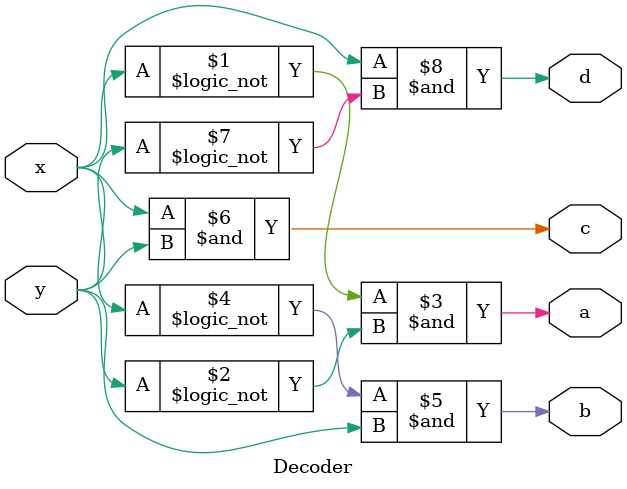
<source format=v>
`timescale 1ns / 1ps
module Decoder(x,y,a,b,c,d);
	input x,y;
	output a,b,c,d;
	assign a=(!x)&(!y);
	assign b=(!x)&y;
	assign c=x&y;
	assign d=x&(!y);
endmodule

</source>
